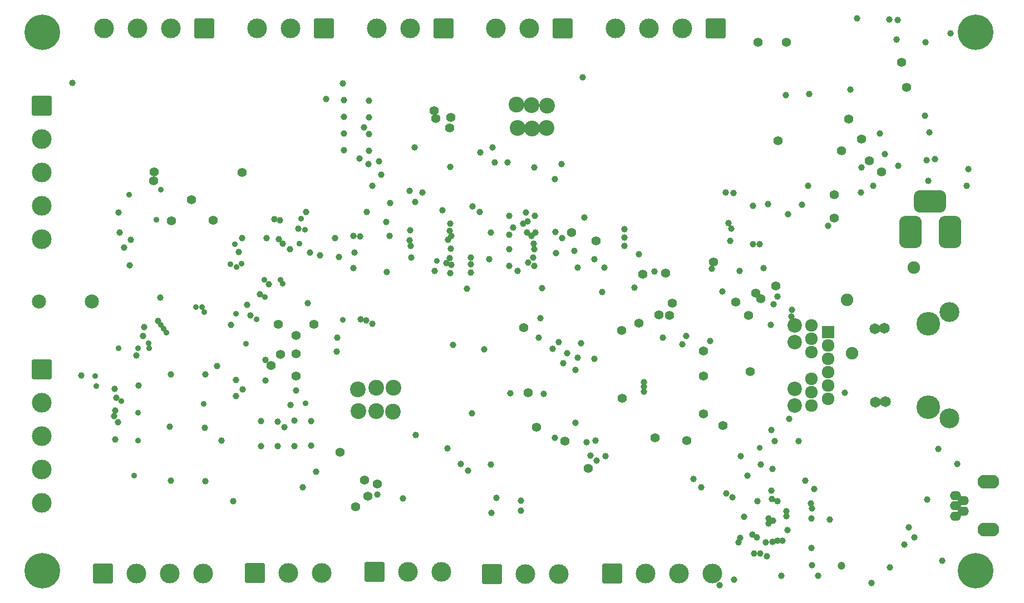
<source format=gbr>
G04 #@! TF.GenerationSoftware,KiCad,Pcbnew,6.0.7+dfsg-1build1*
G04 #@! TF.CreationDate,2023-02-19T10:12:51-06:00*
G04 #@! TF.ProjectId,access-controller,61636365-7373-42d6-936f-6e74726f6c6c,rev?*
G04 #@! TF.SameCoordinates,Original*
G04 #@! TF.FileFunction,Soldermask,Bot*
G04 #@! TF.FilePolarity,Negative*
%FSLAX46Y46*%
G04 Gerber Fmt 4.6, Leading zero omitted, Abs format (unit mm)*
G04 Created by KiCad (PCBNEW 6.0.7+dfsg-1build1) date 2023-02-19 10:12:51*
%MOMM*%
%LPD*%
G01*
G04 APERTURE LIST*
G04 Aperture macros list*
%AMRoundRect*
0 Rectangle with rounded corners*
0 $1 Rounding radius*
0 $2 $3 $4 $5 $6 $7 $8 $9 X,Y pos of 4 corners*
0 Add a 4 corners polygon primitive as box body*
4,1,4,$2,$3,$4,$5,$6,$7,$8,$9,$2,$3,0*
0 Add four circle primitives for the rounded corners*
1,1,$1+$1,$2,$3*
1,1,$1+$1,$4,$5*
1,1,$1+$1,$6,$7*
1,1,$1+$1,$8,$9*
0 Add four rect primitives between the rounded corners*
20,1,$1+$1,$2,$3,$4,$5,0*
20,1,$1+$1,$4,$5,$6,$7,0*
20,1,$1+$1,$6,$7,$8,$9,0*
20,1,$1+$1,$8,$9,$2,$3,0*%
G04 Aperture macros list end*
%ADD10RoundRect,0.950000X0.750000X1.500000X-0.750000X1.500000X-0.750000X-1.500000X0.750000X-1.500000X0*%
%ADD11RoundRect,0.950000X1.500000X0.750000X-1.500000X0.750000X-1.500000X-0.750000X1.500000X-0.750000X0*%
%ADD12RoundRect,0.200000X1.300000X1.300000X-1.300000X1.300000X-1.300000X-1.300000X1.300000X-1.300000X0*%
%ADD13C,3.000000*%
%ADD14O,1.700000X1.400000*%
%ADD15O,3.300000X2.100000*%
%ADD16RoundRect,0.200000X-1.300000X-1.300000X1.300000X-1.300000X1.300000X1.300000X-1.300000X1.300000X0*%
%ADD17C,3.600000*%
%ADD18RoundRect,0.200000X0.762000X0.762000X-0.762000X0.762000X-0.762000X-0.762000X0.762000X-0.762000X0*%
%ADD19C,1.924000*%
%ADD20C,2.200000*%
%ADD21C,1.650000*%
%ADD22C,3.030000*%
%ADD23C,3.010000*%
%ADD24C,5.400000*%
%ADD25RoundRect,0.200000X-1.300000X1.300000X-1.300000X-1.300000X1.300000X-1.300000X1.300000X1.300000X0*%
%ADD26C,2.150000*%
%ADD27C,1.000000*%
%ADD28C,1.400000*%
%ADD29C,2.400000*%
%ADD30C,1.900000*%
%ADD31C,0.900000*%
%ADD32C,1.200000*%
G04 APERTURE END LIST*
D10*
X254780000Y-64920000D03*
X260780000Y-64920000D03*
D11*
X257780000Y-60220000D03*
D12*
X183750000Y-33940000D03*
D13*
X178670000Y-33940000D03*
X173590000Y-33940000D03*
D12*
X201930000Y-33940000D03*
D13*
X196850000Y-33940000D03*
X191770000Y-33940000D03*
D14*
X261645400Y-108207800D03*
X262839200Y-107420400D03*
X261645400Y-106607600D03*
X262864600Y-105794800D03*
D15*
X266700000Y-110239800D03*
D14*
X261645400Y-105007400D03*
D15*
X266700000Y-102950000D03*
D16*
X173265000Y-116650000D03*
D13*
X178345000Y-116650000D03*
X183425000Y-116650000D03*
D12*
X165530000Y-33940000D03*
D13*
X160450000Y-33940000D03*
X155370000Y-33940000D03*
D16*
X155075000Y-116780000D03*
D13*
X160155000Y-116780000D03*
X165235000Y-116780000D03*
D16*
X191170000Y-116960000D03*
D13*
X196250000Y-116960000D03*
X201330000Y-116960000D03*
D17*
X257540000Y-91560000D03*
X257540000Y-78860000D03*
D18*
X242300000Y-80130000D03*
D19*
X242300000Y-82162000D03*
X242300000Y-84194000D03*
X242300000Y-86226000D03*
X242300000Y-88258000D03*
X242300000Y-90290000D03*
X239760000Y-79114000D03*
X239760000Y-81146000D03*
X239760000Y-83178000D03*
X239760000Y-87242000D03*
X239760000Y-89274000D03*
X239760000Y-91306000D03*
D20*
X237220000Y-79114000D03*
X237220000Y-81654000D03*
X237220000Y-88766000D03*
X237220000Y-91306000D03*
D21*
X249400000Y-79610000D03*
X249510000Y-90780000D03*
X250860000Y-79600000D03*
X250970000Y-90770000D03*
D22*
X260715000Y-77145500D03*
D23*
X260715000Y-93274500D03*
D24*
X264700000Y-116500000D03*
X122700000Y-116500000D03*
X264700000Y-34500000D03*
X122700000Y-34500000D03*
D16*
X131940000Y-116930000D03*
D13*
X137020000Y-116930000D03*
X142100000Y-116930000D03*
X147180000Y-116930000D03*
D25*
X122636000Y-85852000D03*
D13*
X122636000Y-90932000D03*
X122636000Y-96012000D03*
X122636000Y-101092000D03*
X122636000Y-106172000D03*
D25*
X122682000Y-45720000D03*
D13*
X122682000Y-50800000D03*
X122682000Y-55880000D03*
X122682000Y-60960000D03*
X122682000Y-66040000D03*
D12*
X225180000Y-33960000D03*
D13*
X220100000Y-33960000D03*
X215020000Y-33960000D03*
X209940000Y-33960000D03*
D16*
X209460000Y-116930000D03*
D13*
X214540000Y-116930000D03*
X219620000Y-116930000D03*
X224700000Y-116930000D03*
D12*
X147390000Y-33930000D03*
D13*
X142310000Y-33930000D03*
X137230000Y-33930000D03*
X132150000Y-33930000D03*
D26*
X130230000Y-75500000D03*
X122230000Y-75500000D03*
D27*
X198986530Y-89517897D03*
X193950000Y-89430000D03*
D28*
X196670000Y-89420000D03*
X197930000Y-94600000D03*
D27*
X235122500Y-117252500D03*
X142310000Y-86570000D03*
X233890000Y-108860000D03*
X187960000Y-69850000D03*
X197649298Y-62456121D03*
X184976298Y-69926787D03*
X193802000Y-67564000D03*
X239268000Y-57912000D03*
X211328000Y-65786000D03*
X191820000Y-105420000D03*
D28*
X243180000Y-59210000D03*
D27*
X136995500Y-83704721D03*
X189960000Y-82790000D03*
X193802000Y-62484000D03*
X170030000Y-70400000D03*
X195510000Y-107370000D03*
X193788983Y-65298082D03*
X261950000Y-100240000D03*
X197612000Y-55118000D03*
X184732279Y-68868022D03*
X234180000Y-96740000D03*
X222940000Y-103800000D03*
D28*
X243220000Y-62830000D03*
D29*
X170840000Y-92200000D03*
D28*
X167980000Y-98410000D03*
X170396954Y-106735500D03*
D27*
X137400000Y-88320000D03*
X252710000Y-35600000D03*
X259630000Y-114990000D03*
X259050000Y-97940000D03*
X198225989Y-80992148D03*
X221820000Y-102540000D03*
D28*
X244300000Y-52580000D03*
D30*
X255350000Y-70290000D03*
D29*
X199480000Y-45730000D03*
D27*
X233190000Y-109280000D03*
D28*
X145410000Y-60030000D03*
D27*
X163640000Y-93700000D03*
X197777647Y-65014321D03*
X187960000Y-71120000D03*
X203708000Y-67818000D03*
X191050000Y-107690000D03*
D28*
X235966000Y-36068000D03*
D27*
X168590000Y-44880000D03*
D31*
X231902000Y-97790000D03*
D27*
X251690000Y-115980000D03*
X167610000Y-81024010D03*
X233200000Y-108520000D03*
X257360000Y-105630000D03*
X127270000Y-42210000D03*
D31*
X137330000Y-96640000D03*
D27*
X161080000Y-97530000D03*
X158540000Y-93760000D03*
X156010000Y-97490000D03*
D28*
X210825500Y-79880877D03*
D27*
X240782500Y-117202500D03*
X178632681Y-66204372D03*
X230030000Y-102020000D03*
D28*
X231648000Y-36068000D03*
D27*
X240130000Y-104060000D03*
D28*
X184912000Y-47498000D03*
D27*
X172466000Y-52578000D03*
X168620000Y-52500000D03*
X164960000Y-68500000D03*
X257080000Y-36070000D03*
X200337015Y-82700192D03*
D28*
X139780000Y-55770000D03*
D27*
X161040791Y-93616032D03*
X172466000Y-50038000D03*
X239740000Y-112990000D03*
X197612000Y-67564000D03*
D29*
X197270000Y-49170000D03*
D27*
X195500000Y-105830000D03*
D31*
X136660000Y-101970000D03*
D28*
X173735921Y-103289500D03*
X142390721Y-63221144D03*
D27*
X140680000Y-74910000D03*
D29*
X195040000Y-49050000D03*
D27*
X239830000Y-107030000D03*
D29*
X199430000Y-49110000D03*
D28*
X148680000Y-63130000D03*
D27*
X242570000Y-108710000D03*
X179570000Y-95790000D03*
D29*
X197160000Y-45630000D03*
D27*
X197610303Y-70085500D03*
X238269990Y-60763500D03*
X246641250Y-32367500D03*
X163650000Y-97460000D03*
X211328000Y-67056000D03*
D28*
X157490000Y-85230000D03*
D27*
X168640000Y-49930000D03*
X134366000Y-61976000D03*
D29*
X194830000Y-45490000D03*
D31*
X137270000Y-92400000D03*
D28*
X153080000Y-55820000D03*
D27*
X168630000Y-47410000D03*
X158540000Y-97550000D03*
X172466000Y-47498000D03*
D29*
X173550000Y-88610000D03*
X170745019Y-88898107D03*
D27*
X156030000Y-93710000D03*
D28*
X182369477Y-46464159D03*
X158960000Y-83540000D03*
D27*
X187960000Y-68834000D03*
X142150000Y-94570000D03*
D29*
X176050000Y-92220000D03*
D27*
X172466000Y-44958000D03*
D29*
X173500000Y-92140000D03*
X176180000Y-88650000D03*
D27*
X184780000Y-71190000D03*
X147550000Y-102850000D03*
X167520000Y-83130000D03*
X193802000Y-70104000D03*
X147440000Y-94680000D03*
X211328000Y-64516000D03*
X142290000Y-102800000D03*
X156710000Y-84370000D03*
X204216000Y-70358000D03*
X147550000Y-86590000D03*
D28*
X172241990Y-105161990D03*
D27*
X248860000Y-118330000D03*
X253910000Y-112460000D03*
D31*
X162070000Y-62850000D03*
X168430000Y-78270000D03*
D27*
X177560000Y-105440000D03*
X172900000Y-78906822D03*
D31*
X147290000Y-91100000D03*
X156524501Y-72195499D03*
D27*
X163092934Y-75736572D03*
D31*
X161865460Y-66686369D03*
X158954501Y-72195499D03*
D27*
X170050000Y-65500000D03*
X167300000Y-65810000D03*
X171194545Y-78207494D03*
X170244500Y-68050000D03*
X171975560Y-78378428D03*
D31*
X153700000Y-81900000D03*
X156610000Y-74830000D03*
D27*
X227987612Y-117859210D03*
D31*
X162680000Y-64600000D03*
X159318152Y-72793046D03*
D27*
X225770000Y-118685500D03*
D31*
X152040000Y-66770000D03*
D28*
X202220000Y-96770000D03*
X234696000Y-51054000D03*
D31*
X140800000Y-58470000D03*
D28*
X171720000Y-102650000D03*
D27*
X260910000Y-34690000D03*
D31*
X135900000Y-59260000D03*
D28*
X247396000Y-50800000D03*
X195990000Y-79490000D03*
X205790000Y-100860000D03*
D27*
X204978000Y-41402000D03*
X189370000Y-52780000D03*
D28*
X184660000Y-49100000D03*
X182550000Y-47650000D03*
D27*
X191570000Y-54350000D03*
X128670000Y-86760000D03*
X162310000Y-103750000D03*
X151750000Y-105880000D03*
X228854000Y-70866000D03*
X230886000Y-60960000D03*
X230886000Y-66802000D03*
D31*
X141579839Y-80228327D03*
X138949364Y-82595571D03*
X147350000Y-77090000D03*
X153000251Y-69714773D03*
X141219620Y-79628705D03*
X152301749Y-70278251D03*
X138859321Y-81873147D03*
X147040000Y-76320000D03*
D27*
X133760000Y-88780000D03*
X135160000Y-67290000D03*
D31*
X140750000Y-79090000D03*
X137300000Y-82620000D03*
X146100000Y-76320000D03*
X151360000Y-69820000D03*
D27*
X165910000Y-44640000D03*
X168430000Y-42310000D03*
X134487764Y-65013355D03*
X136180000Y-66070000D03*
X178850000Y-68770000D03*
X154405254Y-77588431D03*
X153855890Y-76038186D03*
X175170000Y-71030000D03*
X160429855Y-67529855D03*
X167840000Y-68700000D03*
X184967069Y-65489643D03*
X163430000Y-68070000D03*
X178790000Y-67040000D03*
X152650000Y-67940000D03*
X184710000Y-64730000D03*
X175550000Y-65520000D03*
X171060000Y-65620000D03*
D31*
X140096138Y-63074308D03*
D27*
X231990000Y-100280000D03*
X173720000Y-104850000D03*
X187528430Y-101269948D03*
X190990107Y-100315500D03*
X263652000Y-55372000D03*
X257556000Y-57150000D03*
X233751345Y-105558642D03*
X228933428Y-111443031D03*
X228619533Y-112178336D03*
X234584500Y-105915987D03*
X138180000Y-79430000D03*
X149300000Y-85290000D03*
X231560000Y-105890000D03*
X164410000Y-101400000D03*
X207040000Y-99730000D03*
X153240000Y-88910000D03*
X136030000Y-70020000D03*
X226760000Y-104720000D03*
X235895500Y-108182400D03*
X230798490Y-110990715D03*
X200690000Y-96280000D03*
X153100000Y-65860000D03*
X188114405Y-92475595D03*
X159340000Y-66655500D03*
X156864441Y-65809026D03*
X158065011Y-62946493D03*
X158860000Y-63150000D03*
X158690000Y-66000000D03*
X239610000Y-106200000D03*
X233630000Y-104270000D03*
X239742541Y-108513194D03*
X235895500Y-107382897D03*
X229490000Y-108270000D03*
X227740000Y-105260000D03*
X235358647Y-111906721D03*
X239780000Y-115590000D03*
X226150000Y-73990000D03*
X227570000Y-64380000D03*
X198516286Y-78046892D03*
X206910000Y-96630000D03*
D31*
X155280000Y-78184010D03*
D28*
X161343737Y-86867717D03*
D27*
X172120000Y-61850000D03*
X255400000Y-111390000D03*
X173990000Y-54150000D03*
D31*
X152202613Y-77375079D03*
D27*
X254520000Y-109890000D03*
X200760000Y-64910000D03*
D28*
X139670000Y-57150000D03*
D27*
X134264500Y-93850000D03*
D28*
X164066000Y-78994000D03*
D27*
X200850000Y-68120000D03*
X228950000Y-99010000D03*
X162840000Y-61880000D03*
D31*
X130790000Y-86870000D03*
X130910000Y-88350000D03*
D27*
X161330000Y-89040000D03*
X184830000Y-67490000D03*
X186410000Y-100230000D03*
X149980000Y-96700000D03*
D28*
X161310000Y-80630000D03*
D27*
X152160000Y-89850000D03*
D28*
X161340000Y-83470000D03*
D27*
X233810115Y-101009521D03*
X178684340Y-64645500D03*
X238800000Y-102730000D03*
D28*
X158606000Y-78994000D03*
D27*
X190970000Y-65030000D03*
D31*
X134310000Y-82570000D03*
D27*
X152170000Y-87470000D03*
D31*
X134770000Y-90640000D03*
D27*
X257034510Y-47245500D03*
X257302000Y-53997521D03*
X258572000Y-53848000D03*
X257693500Y-49762023D03*
X252984000Y-54864000D03*
X263398000Y-57912000D03*
D28*
X224804011Y-69496125D03*
X230160000Y-77600000D03*
D27*
X250130000Y-49940000D03*
D28*
X226280000Y-94350000D03*
D27*
X206710977Y-84239023D03*
X245700000Y-43210000D03*
D28*
X216500000Y-77500000D03*
X223300000Y-86830000D03*
X223320000Y-83040000D03*
D27*
X214290000Y-88470000D03*
X214280000Y-87760000D03*
X214260000Y-89190000D03*
X215840000Y-70930000D03*
D28*
X218531479Y-75783619D03*
D27*
X224330000Y-81500000D03*
X204200000Y-84040000D03*
D28*
X223270000Y-92590000D03*
X231230000Y-74200000D03*
X228239500Y-75551782D03*
D27*
X236061784Y-110284500D03*
X231465027Y-111432228D03*
X244820000Y-89410000D03*
X233960000Y-75910000D03*
D32*
X244270000Y-115690000D03*
D27*
X236780000Y-76790000D03*
D30*
X245950000Y-83350000D03*
D27*
X237820000Y-96780000D03*
D30*
X245130000Y-75200000D03*
D27*
X233655500Y-95054718D03*
X236720000Y-77740000D03*
X233530000Y-79030000D03*
X236380000Y-93370000D03*
X232830000Y-112120000D03*
X231030000Y-113890000D03*
X235880000Y-44090000D03*
X239400000Y-43940000D03*
X232490000Y-70430000D03*
D28*
X250438191Y-55755088D03*
D27*
X234560000Y-74750000D03*
D28*
X248524177Y-54093803D03*
D27*
X233771293Y-112031885D03*
X231986589Y-113816589D03*
X234559213Y-111896288D03*
X233000000Y-114244500D03*
D28*
X213530000Y-78820000D03*
X210970000Y-90240000D03*
D27*
X203860000Y-85940000D03*
X220060000Y-82010000D03*
X191262000Y-52070000D03*
X193548000Y-54356000D03*
X212850000Y-73350000D03*
X231820000Y-66790000D03*
X213460000Y-68330000D03*
X226710000Y-58920000D03*
X251560000Y-32590000D03*
X252830000Y-32639500D03*
X217170000Y-81026000D03*
X233172000Y-60706000D03*
X204689411Y-81822589D03*
X227913411Y-59003411D03*
X220726000Y-80772000D03*
X201257715Y-81694961D03*
D28*
X253492000Y-39116000D03*
X254254000Y-42926000D03*
D27*
X201792500Y-65814241D03*
X205232000Y-62738000D03*
X206756000Y-69088000D03*
X207900000Y-74060000D03*
X208280000Y-70358000D03*
X249174000Y-57912000D03*
X247258500Y-58928000D03*
X242316000Y-64008000D03*
X247396000Y-55118000D03*
X236220000Y-62230000D03*
X250952000Y-53086000D03*
X133640000Y-92940000D03*
X133830000Y-96460000D03*
X133961913Y-90133494D03*
X133830000Y-92120000D03*
X174310000Y-56190000D03*
X172358094Y-54560000D03*
X224610000Y-70495625D03*
X227383514Y-66267583D03*
X227150000Y-63560000D03*
X202580000Y-83330000D03*
X140340591Y-78462196D03*
X161640000Y-64443178D03*
X155800000Y-74370000D03*
X175060000Y-63380000D03*
X183595999Y-61650000D03*
X151450000Y-79040000D03*
X138034062Y-80756864D03*
X157220000Y-72860000D03*
D28*
X203267635Y-64957500D03*
X214122000Y-71374000D03*
X207010000Y-66294000D03*
D27*
X205540000Y-96950000D03*
X208440000Y-99070000D03*
X196478979Y-65033062D03*
X202009622Y-84889622D03*
X195861267Y-63625500D03*
X195010000Y-70820000D03*
X200740000Y-56900000D03*
X196650000Y-69570000D03*
X196340000Y-61940000D03*
X197135042Y-65489993D03*
X188150000Y-61050000D03*
X194330000Y-64270000D03*
X197491060Y-66680126D03*
X179430000Y-60330000D03*
D28*
X232062989Y-75063097D03*
X234286726Y-73133930D03*
X217550000Y-71210000D03*
X220750000Y-96700000D03*
X245370000Y-47710000D03*
X230450000Y-86200000D03*
X215967518Y-96265500D03*
X218150000Y-77630000D03*
D27*
X206126753Y-98957542D03*
X203821001Y-93918008D03*
X198795500Y-73480000D03*
X201714500Y-54613995D03*
X184750000Y-63620000D03*
X187300000Y-73530000D03*
X184370000Y-97870000D03*
X185240000Y-82140000D03*
X156670000Y-87500000D03*
X184437425Y-66088543D03*
X184214500Y-69684161D03*
X159530000Y-94650000D03*
X160470000Y-91260000D03*
X180530000Y-58900000D03*
X182440000Y-70850000D03*
X184760000Y-55000000D03*
D31*
X162770000Y-91000000D03*
X182745500Y-69317823D03*
D27*
X179338434Y-52031612D03*
X178645500Y-58677777D03*
X170950000Y-53740000D03*
X175630000Y-60470000D03*
X171640000Y-49020000D03*
X172950000Y-57910000D03*
X196582091Y-63279644D03*
X189241109Y-61904500D03*
X197384500Y-68834000D03*
X190754000Y-69088000D03*
M02*

</source>
